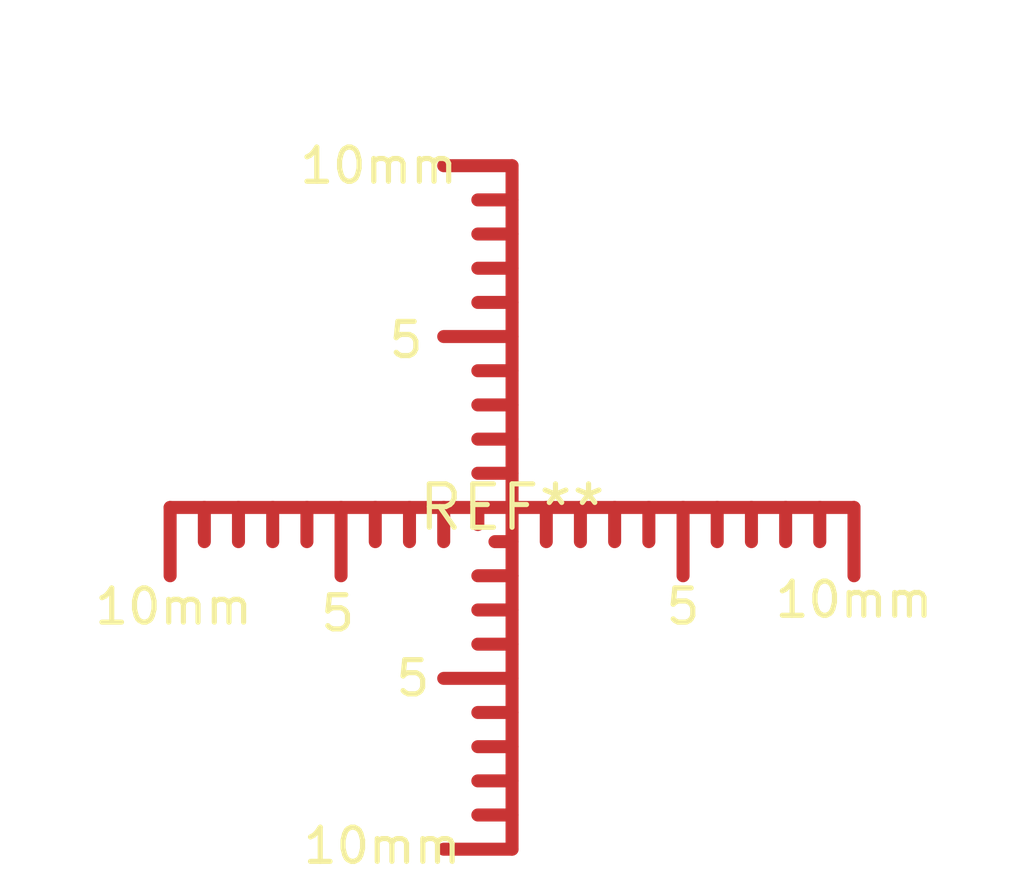
<source format=kicad_pcb>
(kicad_pcb (version 20240108) (generator pcbnew)
  (layers (0 "F.Cu" signal) (31 "B.Cu" signal) (34 "B.Paste" user) (35 "F.Paste" user) (36 "B.SilkS" user "B.Silkscreen") (37 "F.SilkS" user "F.Silkscreen") (38 "B.Mask" user) (39 "F.Mask" user) (44 "Edge.Cuts" user))
  (net 0 "")
  (footprint "Gauge_10mm_Type4_CopperTop" (layer "F.Cu") (at 0 0)
    (property "Reference" "REF**")
    (property "Value" "Gauge_10mm_Type4_CopperTop")
    (fp_line (start -9.99998 0) (end -9.99998 1.99898) (layer "F.Cu") (stroke (width 0.381)))
    (fp_line (start -8.99922 0) (end -8.99922 1.00076) (layer "F.Cu") (stroke (width 0.381)))
    (fp_line (start -8.001 0) (end -8.001 1.00076) (layer "F.Cu") (stroke (width 0.381)))
    (fp_line (start -7.00024 0) (end -7.00024 1.00076) (layer "F.Cu") (stroke (width 0.381)))
    (fp_line (start -5.99948 0) (end -5.99948 1.00076) (layer "F.Cu") (stroke (width 0.381)))
    (fp_line (start -5.00126 0) (end -5.00126 1.99898) (layer "F.Cu") (stroke (width 0.381)))
    (fp_line (start -4.0005 0) (end -4.0005 1.00076) (layer "F.Cu") (stroke (width 0.381)))
    (fp_line (start -2.99974 0) (end -2.99974 1.00076) (layer "F.Cu") (stroke (width 0.381)))
    (fp_line (start -1.99898 0) (end -1.99898 1.00076) (layer "F.Cu") (stroke (width 0.381)))
    (fp_line (start -1.00076 0) (end -1.00076 0.50038) (layer "F.Cu") (stroke (width 0.381)))
    (fp_line (start 0 -9.99998) (end -1.99898 -9.99998) (layer "F.Cu") (stroke (width 0.381)))
    (fp_line (start 0 -8.99922) (end -1.00076 -8.99922) (layer "F.Cu") (stroke (width 0.381)))
    (fp_line (start 0 -8.001) (end -1.00076 -8.001) (layer "F.Cu") (stroke (width 0.381)))
    (fp_line (start 0 -7.00024) (end -1.00076 -7.00024) (layer "F.Cu") (stroke (width 0.381)))
    (fp_line (start 0 -5.99948) (end -1.00076 -5.99948) (layer "F.Cu") (stroke (width 0.381)))
    (fp_line (start 0 -5.00126) (end -1.99898 -5.00126) (layer "F.Cu") (stroke (width 0.381)))
    (fp_line (start 0 -4.0005) (end -1.00076 -4.0005) (layer "F.Cu") (stroke (width 0.381)))
    (fp_line (start 0 -2.99974) (end -1.00076 -2.99974) (layer "F.Cu") (stroke (width 0.381)))
    (fp_line (start 0 -1.99898) (end -1.00076 -1.99898) (layer "F.Cu") (stroke (width 0.381)))
    (fp_line (start 0 -1.00076) (end -1.00076 -1.00076) (layer "F.Cu") (stroke (width 0.381)))
    (fp_line (start 0 0) (end -9.99998 0) (layer "F.Cu") (stroke (width 0.381)))
    (fp_line (start 0 0) (end 0 -9.99998) (layer "F.Cu") (stroke (width 0.381)))
    (fp_line (start 0 0) (end 0 1.99898) (layer "F.Cu") (stroke (width 0.381)))
    (fp_line (start 0 0) (end 9.99998 0) (layer "F.Cu") (stroke (width 0.381)))
    (fp_line (start 0 1.00076) (end -0.50038 1.00076) (layer "F.Cu") (stroke (width 0.381)))
    (fp_line (start 0 1.99898) (end -1.00076 1.99898) (layer "F.Cu") (stroke (width 0.381)))
    (fp_line (start 0 1.99898) (end 0 9.99998) (layer "F.Cu") (stroke (width 0.381)))
    (fp_line (start 0 2.99974) (end -1.00076 2.99974) (layer "F.Cu") (stroke (width 0.381)))
    (fp_line (start 0 4.0005) (end -1.00076 4.0005) (layer "F.Cu") (stroke (width 0.381)))
    (fp_line (start 0 5.00126) (end -1.99898 5.00126) (layer "F.Cu") (stroke (width 0.381)))
    (fp_line (start 0 5.99948) (end -1.00076 5.99948) (layer "F.Cu") (stroke (width 0.381)))
    (fp_line (start 0 7.00024) (end -1.00076 7.00024) (layer "F.Cu") (stroke (width 0.381)))
    (fp_line (start 0 8.001) (end -1.00076 8.001) (layer "F.Cu") (stroke (width 0.381)))
    (fp_line (start 0 8.99922) (end -1.00076 8.99922) (layer "F.Cu") (stroke (width 0.381)))
    (fp_line (start 0 9.99998) (end -1.99898 9.99998) (layer "F.Cu") (stroke (width 0.381)))
    (fp_line (start 1.00076 0) (end 1.00076 1.00076) (layer "F.Cu") (stroke (width 0.381)))
    (fp_line (start 1.99898 0) (end 1.99898 1.00076) (layer "F.Cu") (stroke (width 0.381)))
    (fp_line (start 2.99974 0) (end 2.99974 1.00076) (layer "F.Cu") (stroke (width 0.381)))
    (fp_line (start 4.0005 0) (end 4.0005 1.00076) (layer "F.Cu") (stroke (width 0.381)))
    (fp_line (start 5.00126 0) (end 5.00126 1.99898) (layer "F.Cu") (stroke (width 0.381)))
    (fp_line (start 5.99948 0) (end 5.99948 1.00076) (layer "F.Cu") (stroke (width 0.381)))
    (fp_line (start 7.00024 0) (end 7.00024 1.00076) (layer "F.Cu") (stroke (width 0.381)))
    (fp_line (start 8.001 0) (end 8.001 1.00076) (layer "F.Cu") (stroke (width 0.381)))
    (fp_line (start 8.99922 0) (end 8.99922 1.00076) (layer "F.Cu") (stroke (width 0.381)))
    (fp_line (start 9.99998 0) (end 9.99998 1.99898) (layer "F.Cu") (stroke (width 0.381)))
    (fp_text user "10mm" (at -9.89838 2.90068 0) (layer "F.SilkS"))
    (fp_text user "10mm" (at 9.99998 2.70002 0) (layer "F.SilkS"))
    (fp_text user "5" (at -3.10134 -4.89966 0) (layer "F.SilkS"))
    (fp_text user "5" (at -2.90068 4.99872 0) (layer "F.SilkS"))
    (fp_text user "5" (at 4.99872 2.90068 0) (layer "F.SilkS"))
    (fp_text user "10mm" (at -3.79984 9.90092 0) (layer "F.SilkS"))
    (fp_text user "10mm" (at -3.90144 -9.99998 0) (layer "F.SilkS"))
    (fp_text user "5" (at -5.10032 3.0988 0) (layer "F.SilkS"))
  )
)
</source>
